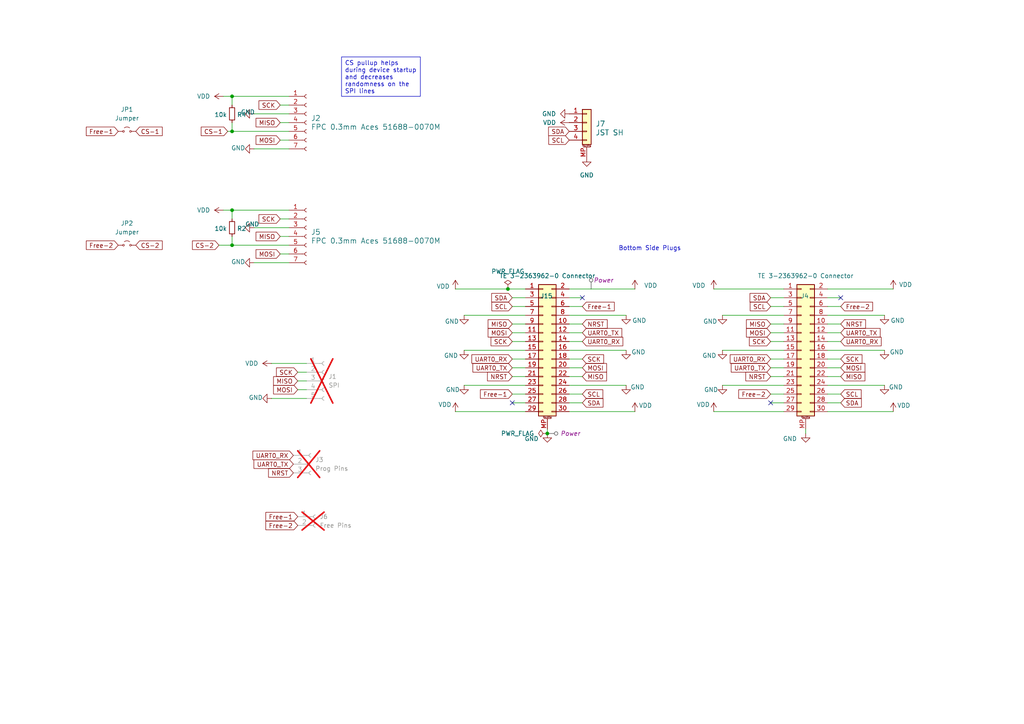
<source format=kicad_sch>
(kicad_sch (version 20250114) (generator "eeschema") (generator_version "9.0")
  (paper "A4")
  (title_block (title "Two connector sensor board") (date "2025-11-15") (rev "V1.1") (comment 1 "Licensed under CERN-OHL-S v2") (comment 2 "Author: Asher Edwards"))
  (lib_symbols
    (symbol "Connector:Conn_01x02_Socket" (pin_names (offset 1.016) (hide yes))
      (property "Reference" "J" (at 0 2.54 0))
      (property "Value" "Conn_01x02_Socket" (at 0 -5.08 0))
      (symbol "Conn_01x02_Socket_1_1"
        (polyline (pts (xy -1.27 0) (xy -0.508 0)) (stroke (width 0.1524)))
        (polyline (pts (xy -1.27 -2.54) (xy -0.508 -2.54)) (stroke (width 0.1524)))
        (arc (start 0 -0.508) (mid -0.5058 0) (end 0 0.508) (stroke (width 0.1524)))
        (arc (start 0 -3.048) (mid -0.5058 -2.54) (end 0 -2.032) (stroke (width 0.1524)))
        (pin passive line (at -5.08 0 0) (length 3.81) (name "Pin_1") (number "1"))
        (pin passive line (at -5.08 -2.54 0) (length 3.81) (name "Pin_2") (number "2"))
      )
    )
    (symbol "Connector:Conn_01x03_Socket" (pin_names (offset 1.016) (hide yes))
      (property "Reference" "J" (at 0 5.08 0))
      (property "Value" "Conn_01x03_Socket" (at 0 -5.08 0))
      (symbol "Conn_01x03_Socket_1_1"
        (polyline (pts (xy -1.27 2.54) (xy -0.508 2.54)) (stroke (width 0.1524)))
        (polyline (pts (xy -1.27 0) (xy -0.508 0)) (stroke (width 0.1524)))
        (polyline (pts (xy -1.27 -2.54) (xy -0.508 -2.54)) (stroke (width 0.1524)))
        (arc (start 0 2.032) (mid -0.5058 2.54) (end 0 3.048) (stroke (width 0.1524)))
        (arc (start 0 -0.508) (mid -0.5058 0) (end 0 0.508) (stroke (width 0.1524)))
        (arc (start 0 -3.048) (mid -0.5058 -2.54) (end 0 -2.032) (stroke (width 0.1524)))
        (pin passive line (at -5.08 2.54 0) (length 3.81) (name "Pin_1") (number "1"))
        (pin passive line (at -5.08 0 0) (length 3.81) (name "Pin_2") (number "2"))
        (pin passive line (at -5.08 -2.54 0) (length 3.81) (name "Pin_3") (number "3"))
      )
    )
    (symbol "Connector:Conn_01x05_Socket" (pin_names (offset 1.016) (hide yes))
      (property "Reference" "J" (at 0 7.62 0))
      (property "Value" "Conn_01x05_Socket" (at 0 -7.62 0))
      (symbol "Conn_01x05_Socket_1_1"
        (polyline (pts (xy -1.27 5.08) (xy -0.508 5.08)) (stroke (width 0.1524)))
        (polyline (pts (xy -1.27 2.54) (xy -0.508 2.54)) (stroke (width 0.1524)))
        (polyline (pts (xy -1.27 0) (xy -0.508 0)) (stroke (width 0.1524)))
        (polyline (pts (xy -1.27 -2.54) (xy -0.508 -2.54)) (stroke (width 0.1524)))
        (polyline (pts (xy -1.27 -5.08) (xy -0.508 -5.08)) (stroke (width 0.1524)))
        (arc (start 0 4.572) (mid -0.5058 5.08) (end 0 5.588) (stroke (width 0.1524)))
        (arc (start 0 2.032) (mid -0.5058 2.54) (end 0 3.048) (stroke (width 0.1524)))
        (arc (start 0 -0.508) (mid -0.5058 0) (end 0 0.508) (stroke (width 0.1524)))
        (arc (start 0 -3.048) (mid -0.5058 -2.54) (end 0 -2.032) (stroke (width 0.1524)))
        (arc (start 0 -5.588) (mid -0.5058 -5.08) (end 0 -4.572) (stroke (width 0.1524)))
        (pin passive line (at -5.08 5.08 0) (length 3.81) (name "Pin_1") (number "1"))
        (pin passive line (at -5.08 2.54 0) (length 3.81) (name "Pin_2") (number "2"))
        (pin passive line (at -5.08 0 0) (length 3.81) (name "Pin_3") (number "3"))
        (pin passive line (at -5.08 -2.54 0) (length 3.81) (name "Pin_4") (number "4"))
        (pin passive line (at -5.08 -5.08 0) (length 3.81) (name "Pin_5") (number "5"))
      )
    )
    (symbol "Connector:Conn_01x07_Socket" (pin_names (offset 1.016) (hide yes))
      (property "Reference" "J" (at 0 10.16 0))
      (property "Value" "Conn_01x07_Socket" (at 0 -10.16 0))
      (symbol "Conn_01x07_Socket_1_1"
        (polyline (pts (xy -1.27 7.62) (xy -0.508 7.62)) (stroke (width 0.1524)))
        (polyline (pts (xy -1.27 5.08) (xy -0.508 5.08)) (stroke (width 0.1524)))
        (polyline (pts (xy -1.27 2.54) (xy -0.508 2.54)) (stroke (width 0.1524)))
        (polyline (pts (xy -1.27 0) (xy -0.508 0)) (stroke (width 0.1524)))
        (polyline (pts (xy -1.27 -2.54) (xy -0.508 -2.54)) (stroke (width 0.1524)))
        (polyline (pts (xy -1.27 -5.08) (xy -0.508 -5.08)) (stroke (width 0.1524)))
        (polyline (pts (xy -1.27 -7.62) (xy -0.508 -7.62)) (stroke (width 0.1524)))
        (arc (start 0 7.112) (mid -0.5058 7.62) (end 0 8.128) (stroke (width 0.1524)))
        (arc (start 0 4.572) (mid -0.5058 5.08) (end 0 5.588) (stroke (width 0.1524)))
        (arc (start 0 2.032) (mid -0.5058 2.54) (end 0 3.048) (stroke (width 0.1524)))
        (arc (start 0 -0.508) (mid -0.5058 0) (end 0 0.508) (stroke (width 0.1524)))
        (arc (start 0 -3.048) (mid -0.5058 -2.54) (end 0 -2.032) (stroke (width 0.1524)))
        (arc (start 0 -5.588) (mid -0.5058 -5.08) (end 0 -4.572) (stroke (width 0.1524)))
        (arc (start 0 -8.128) (mid -0.5058 -7.62) (end 0 -7.112) (stroke (width 0.1524)))
        (pin passive line (at -5.08 7.62 0) (length 3.81) (name "Pin_1") (number "1"))
        (pin passive line (at -5.08 5.08 0) (length 3.81) (name "Pin_2") (number "2"))
        (pin passive line (at -5.08 2.54 0) (length 3.81) (name "Pin_3") (number "3"))
        (pin passive line (at -5.08 0 0) (length 3.81) (name "Pin_4") (number "4"))
        (pin passive line (at -5.08 -2.54 0) (length 3.81) (name "Pin_5") (number "5"))
        (pin passive line (at -5.08 -5.08 0) (length 3.81) (name "Pin_6") (number "6"))
        (pin passive line (at -5.08 -7.62 0) (length 3.81) (name "Pin_7") (number "7"))
      )
    )
    (symbol "Connector_Generic_MountingPin:Conn_01x04_MountingPin" (pin_names (offset 1.016) (hide yes))
      (property "Reference" "J" (at 0 5.08 0))
      (property "Value" "Conn_01x04_MountingPin" (at 1.27 -7.62 0))
      (symbol "Conn_01x04_MountingPin_1_1"
        (rectangle (start -1.27 3.81) (end 1.27 -6.35) (stroke (width 0.254)) (fill (type background)))
        (rectangle (start -1.27 2.667) (end 0 2.413) (stroke (width 0.1524)))
        (rectangle (start -1.27 0.127) (end 0 -0.127) (stroke (width 0.1524)))
        (rectangle (start -1.27 -2.413) (end 0 -2.667) (stroke (width 0.1524)))
        (rectangle (start -1.27 -4.953) (end 0 -5.207) (stroke (width 0.1524)))
        (polyline (pts (xy -1.016 -7.112) (xy 1.016 -7.112)) (stroke (width 0.1524)))
        (text "Mounting" (at 0 -6.731 0) (effects (font (size 0.381 0.381))))
        (pin passive line (at -5.08 2.54 0) (length 3.81) (name "Pin_1") (number "1"))
        (pin passive line (at -5.08 0 0) (length 3.81) (name "Pin_2") (number "2"))
        (pin passive line (at -5.08 -2.54 0) (length 3.81) (name "Pin_3") (number "3"))
        (pin passive line (at -5.08 -5.08 0) (length 3.81) (name "Pin_4") (number "4"))
        (pin passive line (at 0 -10.16 90) (length 3.048) (name "MountPin") (number "MP"))
      )
    )
    (symbol "Connector_Generic_MountingPin:Conn_02x15_Odd_Even_MountingPin" (pin_names (offset 1.016) (hide yes))
      (property "Reference" "J" (at 1.27 20.32 0))
      (property "Value" "Conn_02x15_Odd_Even_MountingPin" (at 2.54 -20.32 0))
      (symbol "Conn_02x15_Odd_Even_MountingPin_1_1"
        (rectangle (start -1.27 19.05) (end 3.81 -19.05) (stroke (width 0.254)) (fill (type background)))
        (rectangle (start -1.27 17.907) (end 0 17.653) (stroke (width 0.1524)))
        (rectangle (start -1.27 15.367) (end 0 15.113) (stroke (width 0.1524)))
        (rectangle (start -1.27 12.827) (end 0 12.573) (stroke (width 0.1524)))
        (rectangle (start -1.27 10.287) (end 0 10.033) (stroke (width 0.1524)))
        (rectangle (start -1.27 7.747) (end 0 7.493) (stroke (width 0.1524)))
        (rectangle (start -1.27 5.207) (end 0 4.953) (stroke (width 0.1524)))
        (rectangle (start -1.27 2.667) (end 0 2.413) (stroke (width 0.1524)))
        (rectangle (start -1.27 0.127) (end 0 -0.127) (stroke (width 0.1524)))
        (rectangle (start -1.27 -2.413) (end 0 -2.667) (stroke (width 0.1524)))
        (rectangle (start -1.27 -4.953) (end 0 -5.207) (stroke (width 0.1524)))
        (rectangle (start -1.27 -7.493) (end 0 -7.747) (stroke (width 0.1524)))
        (rectangle (start -1.27 -10.033) (end 0 -10.287) (stroke (width 0.1524)))
        (rectangle (start -1.27 -12.573) (end 0 -12.827) (stroke (width 0.1524)))
        (rectangle (start -1.27 -15.113) (end 0 -15.367) (stroke (width 0.1524)))
        (rectangle (start -1.27 -17.653) (end 0 -17.907) (stroke (width 0.1524)))
        (polyline (pts (xy 0.254 -19.812) (xy 2.286 -19.812)) (stroke (width 0.1524)))
        (rectangle (start 3.81 17.907) (end 2.54 17.653) (stroke (width 0.1524)))
        (rectangle (start 3.81 15.367) (end 2.54 15.113) (stroke (width 0.1524)))
        (rectangle (start 3.81 12.827) (end 2.54 12.573) (stroke (width 0.1524)))
        (rectangle (start 3.81 10.287) (end 2.54 10.033) (stroke (width 0.1524)))
        (rectangle (start 3.81 7.747) (end 2.54 7.493) (stroke (width 0.1524)))
        (rectangle (start 3.81 5.207) (end 2.54 4.953) (stroke (width 0.1524)))
        (rectangle (start 3.81 2.667) (end 2.54 2.413) (stroke (width 0.1524)))
        (rectangle (start 3.81 0.127) (end 2.54 -0.127) (stroke (width 0.1524)))
        (rectangle (start 3.81 -2.413) (end 2.54 -2.667) (stroke (width 0.1524)))
        (rectangle (start 3.81 -4.953) (end 2.54 -5.207) (stroke (width 0.1524)))
        (rectangle (start 3.81 -7.493) (end 2.54 -7.747) (stroke (width 0.1524)))
        (rectangle (start 3.81 -10.033) (end 2.54 -10.287) (stroke (width 0.1524)))
        (rectangle (start 3.81 -12.573) (end 2.54 -12.827) (stroke (width 0.1524)))
        (rectangle (start 3.81 -15.113) (end 2.54 -15.367) (stroke (width 0.1524)))
        (rectangle (start 3.81 -17.653) (end 2.54 -17.907) (stroke (width 0.1524)))
        (text "Mounting" (at 1.27 -19.431 0) (effects (font (size 0.381 0.381))))
        (pin passive line (at -5.08 17.78 0) (length 3.81) (name "Pin_1") (number "1"))
        (pin passive line (at -5.08 15.24 0) (length 3.81) (name "Pin_3") (number "3"))
        (pin passive line (at -5.08 12.7 0) (length 3.81) (name "Pin_5") (number "5"))
        (pin passive line (at -5.08 10.16 0) (length 3.81) (name "Pin_7") (number "7"))
        (pin passive line (at -5.08 7.62 0) (length 3.81) (name "Pin_9") (number "9"))
        (pin passive line (at -5.08 5.08 0) (length 3.81) (name "Pin_11") (number "11"))
        (pin passive line (at -5.08 2.54 0) (length 3.81) (name "Pin_13") (number "13"))
        (pin passive line (at -5.08 0 0) (length 3.81) (name "Pin_15") (number "15"))
        (pin passive line (at -5.08 -2.54 0) (length 3.81) (name "Pin_17") (number "17"))
        (pin passive line (at -5.08 -5.08 0) (length 3.81) (name "Pin_19") (number "19"))
        (pin passive line (at -5.08 -7.62 0) (length 3.81) (name "Pin_21") (number "21"))
        (pin passive line (at -5.08 -10.16 0) (length 3.81) (name "Pin_23") (number "23"))
        (pin passive line (at -5.08 -12.7 0) (length 3.81) (name "Pin_25") (number "25"))
        (pin passive line (at -5.08 -15.24 0) (length 3.81) (name "Pin_27") (number "27"))
        (pin passive line (at -5.08 -17.78 0) (length 3.81) (name "Pin_29") (number "29"))
        (pin passive line (at 1.27 -22.86 90) (length 3.048) (name "MountPin") (number "MP"))
        (pin passive line (at 7.62 17.78 180) (length 3.81) (name "Pin_2") (number "2"))
        (pin passive line (at 7.62 15.24 180) (length 3.81) (name "Pin_4") (number "4"))
        (pin passive line (at 7.62 12.7 180) (length 3.81) (name "Pin_6") (number "6"))
        (pin passive line (at 7.62 10.16 180) (length 3.81) (name "Pin_8") (number "8"))
        (pin passive line (at 7.62 7.62 180) (length 3.81) (name "Pin_10") (number "10"))
        (pin passive line (at 7.62 5.08 180) (length 3.81) (name "Pin_12") (number "12"))
        (pin passive line (at 7.62 2.54 180) (length 3.81) (name "Pin_14") (number "14"))
        (pin passive line (at 7.62 0 180) (length 3.81) (name "Pin_16") (number "16"))
        (pin passive line (at 7.62 -2.54 180) (length 3.81) (name "Pin_18") (number "18"))
        (pin passive line (at 7.62 -5.08 180) (length 3.81) (name "Pin_20") (number "20"))
        (pin passive line (at 7.62 -7.62 180) (length 3.81) (name "Pin_22") (number "22"))
        (pin passive line (at 7.62 -10.16 180) (length 3.81) (name "Pin_24") (number "24"))
        (pin passive line (at 7.62 -12.7 180) (length 3.81) (name "Pin_26") (number "26"))
        (pin passive line (at 7.62 -15.24 180) (length 3.81) (name "Pin_28") (number "28"))
        (pin passive line (at 7.62 -17.78 180) (length 3.81) (name "Pin_30") (number "30"))
      )
    )
    (symbol "Device:R_Small" (pin_numbers (hide yes)) (pin_names (offset 0.254) (hide yes))
      (property "Reference" "R" (at 0 0 90))
      (property "Value" "R_Small" (at 1.778 0 90))
      (symbol "R_Small_0_1"
        (rectangle (start -0.762 1.778) (end 0.762 -1.778) (stroke (width 0.2032)))
      )
      (symbol "R_Small_1_1"
        (pin passive line (at 0 2.54 270) (length 0.762) (name "~") (number "1"))
        (pin passive line (at 0 -2.54 90) (length 0.762) (name "~") (number "2"))
      )
    )
    (symbol "Jumper:Jumper_2_Small_Open" (pin_numbers (hide yes)) (pin_names (offset 0) (hide yes))
      (property "Reference" "JP" (at 0 2.794 0))
      (property "Value" "Jumper_2_Small_Open" (at 0 -2.286 0))
      (symbol "Jumper_2_Small_Open_0_0"
        (circle (center -1.016 0) (radius 0.254))
        (circle (center 1.016 0) (radius 0.254))
      )
      (symbol "Jumper_2_Small_Open_0_1"
        (arc (start -0.762 1.0196) (mid 0 1.2729) (end 0.762 1.0196))
      )
      (symbol "Jumper_2_Small_Open_1_1"
        (pin passive line (at -2.54 0 0) (length 1.27) (name "A") (number "1"))
        (pin passive line (at 2.54 0 180) (length 1.27) (name "B") (number "2"))
      )
    )
    (symbol "power:GND" (power) (pin_numbers (hide yes)) (pin_names (offset 0) (hide yes))
      (property "Value" "GND" (at 0 -3.81 0))
      (symbol "GND_0_1"
        (polyline (pts (xy 0 0) (xy 0 -1.27) (xy 1.27 -1.27) (xy 0 -2.54) (xy -1.27 -1.27) (xy 0 -1.27)))
      )
      (symbol "GND_1_1"
        (pin power_in line (at 0 0 270) (length 0) (name "~") (number "1"))
      )
    )
    (symbol "power:PWR_FLAG" (power) (pin_numbers (hide yes)) (pin_names (offset 0) (hide yes))
      (property "Value" "PWR_FLAG" (at 0 3.81 0))
      (symbol "PWR_FLAG_0_0"
        (pin power_out line (at 0 0 90) (length 0) (name "~") (number "1"))
      )
      (symbol "PWR_FLAG_0_1"
        (polyline (pts (xy 0 0) (xy 0 1.27) (xy -1.016 1.905) (xy 0 2.54) (xy 1.016 1.905) (xy 0 1.27)))
      )
    )
    (symbol "power:VDD" (power) (pin_numbers (hide yes)) (pin_names (offset 0) (hide yes))
      (property "Value" "VDD" (at 0 3.556 0))
      (symbol "VDD_0_1"
        (polyline (pts (xy -0.762 1.27) (xy 0 2.54)))
        (polyline (pts (xy 0 2.54) (xy 0.762 1.27)))
        (polyline (pts (xy 0 0) (xy 0 2.54)))
      )
      (symbol "VDD_1_1"
        (pin power_in line (at 0 0 90) (length 0) (name "~") (number "1"))
      )
    )
  )
  (text "Bottom Side Plugs" (at 188.468 72.136 0) (effects (font (size 1.27 1.27))))
  (text_box "CS pullup helps during device startup and decreases randomness on the SPI lines" (at 99.06 16.51 0) (size 22.86 11.43) (margins 0.9525 0.9525 0.9525 0.9525) (effects (font (size 1.27 1.27)) (justify left top)))
  (junction (at 158.75 125.73))
  (junction (at 67.31 27.94))
  (junction (at 67.31 60.96))
  (junction (at 67.31 38.1))
  (junction (at 67.31 71.12))
  (junction (at 147.32 83.82))
  (no_connect (at 148.59 116.84))
  (no_connect (at 168.91 86.36))
  (no_connect (at 243.84 86.36))
  (no_connect (at 223.52 116.84))
  (wire (pts (xy 148.59 86.36) (xy 152.4 86.36)))
  (wire (pts (xy 67.31 38.1) (xy 83.82 38.1)))
  (wire (pts (xy 67.31 68.58) (xy 67.31 71.12)))
  (wire (pts (xy 66.04 38.1) (xy 67.31 38.1)))
  (wire (pts (xy 81.28 68.58) (xy 83.82 68.58)))
  (wire (pts (xy 240.03 83.82) (xy 259.08 83.82)))
  (wire (pts (xy 223.52 88.9) (xy 227.33 88.9)))
  (wire (pts (xy 81.28 63.5) (xy 83.82 63.5)))
  (wire (pts (xy 209.55 101.6) (xy 227.33 101.6)))
  (wire (pts (xy 240.03 96.52) (xy 243.84 96.52)))
  (wire (pts (xy 64.77 60.96) (xy 67.31 60.96)))
  (wire (pts (xy 240.03 86.36) (xy 243.84 86.36)))
  (wire (pts (xy 240.03 119.38) (xy 259.08 119.38)))
  (wire (pts (xy 148.59 104.14) (xy 152.4 104.14)))
  (wire (pts (xy 148.59 114.3) (xy 152.4 114.3)))
  (wire (pts (xy 132.08 83.82) (xy 147.32 83.82)))
  (wire (pts (xy 63.5 71.12) (xy 67.31 71.12)))
  (wire (pts (xy 152.4 109.22) (xy 148.59 109.22)))
  (wire (pts (xy 148.59 116.84) (xy 152.4 116.84)))
  (wire (pts (xy 147.32 83.82) (xy 152.4 83.82)))
  (wire (pts (xy 67.31 60.96) (xy 83.82 60.96)))
  (wire (pts (xy 207.01 119.38) (xy 227.33 119.38)))
  (wire (pts (xy 148.59 99.06) (xy 152.4 99.06)))
  (wire (pts (xy 148.59 106.68) (xy 152.4 106.68)))
  (wire (pts (xy 81.28 35.56) (xy 83.82 35.56)))
  (wire (pts (xy 240.03 116.84) (xy 243.84 116.84)))
  (wire (pts (xy 168.91 88.9) (xy 165.1 88.9)))
  (wire (pts (xy 78.74 115.57) (xy 88.9 115.57)))
  (wire (pts (xy 209.55 91.44) (xy 227.33 91.44)))
  (wire (pts (xy 67.31 27.94) (xy 83.82 27.94)))
  (wire (pts (xy 223.52 104.14) (xy 227.33 104.14)))
  (wire (pts (xy 67.31 35.56) (xy 67.31 38.1)))
  (wire (pts (xy 240.03 101.6) (xy 256.54 101.6)))
  (wire (pts (xy 168.91 86.36) (xy 165.1 86.36)))
  (wire (pts (xy 240.03 111.76) (xy 256.54 111.76)))
  (wire (pts (xy 223.52 114.3) (xy 227.33 114.3)))
  (wire (pts (xy 168.91 99.06) (xy 165.1 99.06)))
  (wire (pts (xy 168.91 116.84) (xy 165.1 116.84)))
  (wire (pts (xy 240.03 114.3) (xy 243.84 114.3)))
  (wire (pts (xy 168.91 109.22) (xy 165.1 109.22)))
  (wire (pts (xy 240.03 99.06) (xy 243.84 99.06)))
  (wire (pts (xy 223.52 96.52) (xy 227.33 96.52)))
  (wire (pts (xy 223.52 93.98) (xy 227.33 93.98)))
  (wire (pts (xy 223.52 86.36) (xy 227.33 86.36)))
  (wire (pts (xy 81.28 73.66) (xy 83.82 73.66)))
  (wire (pts (xy 81.28 40.64) (xy 83.82 40.64)))
  (wire (pts (xy 132.08 119.38) (xy 152.4 119.38)))
  (wire (pts (xy 152.4 101.6) (xy 134.62 101.6)))
  (wire (pts (xy 168.91 104.14) (xy 165.1 104.14)))
  (wire (pts (xy 184.15 83.82) (xy 165.1 83.82)))
  (wire (pts (xy 64.77 27.94) (xy 67.31 27.94)))
  (wire (pts (xy 223.52 106.68) (xy 227.33 106.68)))
  (wire (pts (xy 223.52 116.84) (xy 227.33 116.84)))
  (wire (pts (xy 81.28 30.48) (xy 83.82 30.48)))
  (wire (pts (xy 181.61 111.76) (xy 165.1 111.76)))
  (wire (pts (xy 73.66 43.18) (xy 83.82 43.18)))
  (wire (pts (xy 78.74 105.41) (xy 88.9 105.41)))
  (wire (pts (xy 168.91 106.68) (xy 165.1 106.68)))
  (wire (pts (xy 168.91 93.98) (xy 165.1 93.98)))
  (wire (pts (xy 73.66 76.2) (xy 83.82 76.2)))
  (wire (pts (xy 207.01 83.82) (xy 227.33 83.82)))
  (wire (pts (xy 148.59 88.9) (xy 152.4 88.9)))
  (wire (pts (xy 240.03 104.14) (xy 243.84 104.14)))
  (wire (pts (xy 240.03 91.44) (xy 256.54 91.44)))
  (wire (pts (xy 233.68 124.46) (xy 233.68 125.73)))
  (wire (pts (xy 168.91 114.3) (xy 165.1 114.3)))
  (wire (pts (xy 165.1 101.6) (xy 181.61 101.6)))
  (wire (pts (xy 223.52 99.06) (xy 227.33 99.06)))
  (wire (pts (xy 152.4 111.76) (xy 134.62 111.76)))
  (wire (pts (xy 184.15 119.38) (xy 165.1 119.38)))
  (wire (pts (xy 165.1 91.44) (xy 181.61 91.44)))
  (wire (pts (xy 209.55 111.76) (xy 227.33 111.76)))
  (wire (pts (xy 86.36 110.49) (xy 88.9 110.49)))
  (wire (pts (xy 240.03 109.22) (xy 243.84 109.22)))
  (wire (pts (xy 67.31 63.5) (xy 67.31 60.96)))
  (wire (pts (xy 86.36 107.95) (xy 88.9 107.95)))
  (wire (pts (xy 158.75 124.46) (xy 158.75 125.73)))
  (wire (pts (xy 73.66 33.02) (xy 83.82 33.02)))
  (wire (pts (xy 67.31 30.48) (xy 67.31 27.94)))
  (wire (pts (xy 67.31 71.12) (xy 83.82 71.12)))
  (wire (pts (xy 152.4 91.44) (xy 134.62 91.44)))
  (wire (pts (xy 86.36 113.03) (xy 88.9 113.03)))
  (wire (pts (xy 223.52 109.22) (xy 227.33 109.22)))
  (wire (pts (xy 240.03 93.98) (xy 243.84 93.98)))
  (wire (pts (xy 240.03 88.9) (xy 243.84 88.9)))
  (wire (pts (xy 168.91 96.52) (xy 165.1 96.52)))
  (wire (pts (xy 148.59 93.98) (xy 152.4 93.98)))
  (wire (pts (xy 240.03 106.68) (xy 243.84 106.68)))
  (wire (pts (xy 148.59 96.52) (xy 152.4 96.52)))
  (wire (pts (xy 73.66 66.04) (xy 83.82 66.04)))
  (global_label "MOSI" (shape input) (at 148.59 96.52 180) (property "Intersheetrefs" "${INTERSHEET_REFS}" (effects (hide yes))))
  (global_label "CS-1" (shape input) (at 66.04 38.1 180) (property "Intersheetrefs" "${INTERSHEET_REFS}" (effects (hide yes))))
  (global_label "NRST" (shape input) (at 223.52 109.22 180) (property "Intersheetrefs" "${INTERSHEET_REFS}" (effects (hide yes))))
  (global_label "CS-2" (shape input) (at 63.5 71.12 180) (property "Intersheetrefs" "${INTERSHEET_REFS}" (effects (hide yes))))
  (global_label "MOSI" (shape input) (at 81.28 73.66 180) (property "Intersheetrefs" "${INTERSHEET_REFS}" (effects (hide yes))))
  (global_label "UART0_TX" (shape input) (at 85.09 134.62 180) (property "Intersheetrefs" "${INTERSHEET_REFS}" (effects (hide yes))))
  (global_label "CS-2" (shape input) (at 39.37 71.12 0) (property "Intersheetrefs" "${INTERSHEET_REFS}" (effects (hide yes))))
  (global_label "Free-1" (shape input) (at 148.59 114.3 180) (property "Intersheetrefs" "${INTERSHEET_REFS}" (effects (hide yes))))
  (global_label "MISO" (shape input) (at 148.59 93.98 180) (property "Intersheetrefs" "${INTERSHEET_REFS}" (effects (hide yes))))
  (global_label "SCK" (shape input) (at 243.84 104.14 0) (property "Intersheetrefs" "${INTERSHEET_REFS}" (effects (hide yes))))
  (global_label "Free-2" (shape input) (at 86.36 152.4 180) (property "Intersheetrefs" "${INTERSHEET_REFS}" (effects (hide yes))))
  (global_label "SCK" (shape input) (at 168.91 104.14 0) (property "Intersheetrefs" "${INTERSHEET_REFS}" (effects (hide yes))))
  (global_label "SDA" (shape input) (at 148.59 86.36 180) (property "Intersheetrefs" "${INTERSHEET_REFS}" (effects (hide yes))))
  (global_label "Free-1" (shape input) (at 34.29 38.1 180) (property "Intersheetrefs" "${INTERSHEET_REFS}" (effects (hide yes))))
  (global_label "MISO" (shape input) (at 223.52 93.98 180) (property "Intersheetrefs" "${INTERSHEET_REFS}" (effects (hide yes))))
  (global_label "UART0_RX" (shape input) (at 223.52 104.14 180) (property "Intersheetrefs" "${INTERSHEET_REFS}" (effects (hide yes))))
  (global_label "SCL" (shape input) (at 148.59 88.9 180) (property "Intersheetrefs" "${INTERSHEET_REFS}" (effects (hide yes))))
  (global_label "Free-2" (shape input) (at 243.84 88.9 0) (property "Intersheetrefs" "${INTERSHEET_REFS}" (effects (hide yes))))
  (global_label "MISO" (shape input) (at 86.36 110.49 180) (property "Intersheetrefs" "${INTERSHEET_REFS}" (effects (hide yes))))
  (global_label "UART0_TX" (shape input) (at 243.84 96.52 0) (property "Intersheetrefs" "${INTERSHEET_REFS}" (effects (hide yes))))
  (global_label "Free-1" (shape input) (at 86.36 149.86 180) (property "Intersheetrefs" "${INTERSHEET_REFS}" (effects (hide yes))))
  (global_label "MOSI" (shape input) (at 243.84 106.68 0) (property "Intersheetrefs" "${INTERSHEET_REFS}" (effects (hide yes))))
  (global_label "Free-2" (shape input) (at 223.52 114.3 180) (property "Intersheetrefs" "${INTERSHEET_REFS}" (effects (hide yes))))
  (global_label "SCK" (shape input) (at 86.36 107.95 180) (property "Intersheetrefs" "${INTERSHEET_REFS}" (effects (hide yes))))
  (global_label "SCK" (shape input) (at 81.28 63.5 180) (property "Intersheetrefs" "${INTERSHEET_REFS}" (effects (hide yes))))
  (global_label "CS-1" (shape input) (at 39.37 38.1 0) (property "Intersheetrefs" "${INTERSHEET_REFS}" (effects (hide yes))))
  (global_label "MOSI" (shape input) (at 223.52 96.52 180) (property "Intersheetrefs" "${INTERSHEET_REFS}" (effects (hide yes))))
  (global_label "SCL" (shape input) (at 168.91 114.3 0) (property "Intersheetrefs" "${INTERSHEET_REFS}" (effects (hide yes))))
  (global_label "SDA" (shape input) (at 223.52 86.36 180) (property "Intersheetrefs" "${INTERSHEET_REFS}" (effects (hide yes))))
  (global_label "SDA" (shape input) (at 165.1 38.1 180) (property "Intersheetrefs" "${INTERSHEET_REFS}" (effects (hide yes))))
  (global_label "SCL" (shape input) (at 243.84 114.3 0) (property "Intersheetrefs" "${INTERSHEET_REFS}" (effects (hide yes))))
  (global_label "SCL" (shape input) (at 165.1 40.64 180) (property "Intersheetrefs" "${INTERSHEET_REFS}" (effects (hide yes))))
  (global_label "SCK" (shape input) (at 81.28 30.48 180) (property "Intersheetrefs" "${INTERSHEET_REFS}" (effects (hide yes))))
  (global_label "MOSI" (shape input) (at 86.36 113.03 180) (property "Intersheetrefs" "${INTERSHEET_REFS}" (effects (hide yes))))
  (global_label "MISO" (shape input) (at 168.91 109.22 0) (property "Intersheetrefs" "${INTERSHEET_REFS}" (effects (hide yes))))
  (global_label "NRST" (shape input) (at 243.84 93.98 0) (property "Intersheetrefs" "${INTERSHEET_REFS}" (effects (hide yes))))
  (global_label "SCK" (shape input) (at 148.59 99.06 180) (property "Intersheetrefs" "${INTERSHEET_REFS}" (effects (hide yes))))
  (global_label "NRST" (shape input) (at 168.91 93.98 0) (property "Intersheetrefs" "${INTERSHEET_REFS}" (effects (hide yes))))
  (global_label "UART0_TX" (shape input) (at 168.91 96.52 0) (property "Intersheetrefs" "${INTERSHEET_REFS}" (effects (hide yes))))
  (global_label "MISO" (shape input) (at 81.28 35.56 180) (property "Intersheetrefs" "${INTERSHEET_REFS}" (effects (hide yes))))
  (global_label "SCL" (shape input) (at 223.52 88.9 180) (property "Intersheetrefs" "${INTERSHEET_REFS}" (effects (hide yes))))
  (global_label "UART0_TX" (shape input) (at 148.59 106.68 180) (property "Intersheetrefs" "${INTERSHEET_REFS}" (effects (hide yes))))
  (global_label "UART0_RX" (shape input) (at 168.91 99.06 0) (property "Intersheetrefs" "${INTERSHEET_REFS}" (effects (hide yes))))
  (global_label "SDA" (shape input) (at 168.91 116.84 0) (property "Intersheetrefs" "${INTERSHEET_REFS}" (effects (hide yes))))
  (global_label "Free-2" (shape input) (at 34.29 71.12 180) (property "Intersheetrefs" "${INTERSHEET_REFS}" (effects (hide yes))))
  (global_label "SCK" (shape input) (at 223.52 99.06 180) (property "Intersheetrefs" "${INTERSHEET_REFS}" (effects (hide yes))))
  (global_label "Free-1" (shape input) (at 168.91 88.9 0) (property "Intersheetrefs" "${INTERSHEET_REFS}" (effects (hide yes))))
  (global_label "MOSI" (shape input) (at 81.28 40.64 180) (property "Intersheetrefs" "${INTERSHEET_REFS}" (effects (hide yes))))
  (global_label "UART0_TX" (shape input) (at 223.52 106.68 180) (property "Intersheetrefs" "${INTERSHEET_REFS}" (effects (hide yes))))
  (global_label "MOSI" (shape input) (at 168.91 106.68 0) (property "Intersheetrefs" "${INTERSHEET_REFS}" (effects (hide yes))))
  (global_label "UART0_RX" (shape input) (at 85.09 132.08 180) (property "Intersheetrefs" "${INTERSHEET_REFS}" (effects (hide yes))))
  (global_label "NRST" (shape input) (at 85.09 137.16 180) (property "Intersheetrefs" "${INTERSHEET_REFS}" (effects (hide yes))))
  (global_label "UART0_RX" (shape input) (at 243.84 99.06 0) (property "Intersheetrefs" "${INTERSHEET_REFS}" (effects (hide yes))))
  (global_label "SDA" (shape input) (at 243.84 116.84 0) (property "Intersheetrefs" "${INTERSHEET_REFS}" (effects (hide yes))))
  (global_label "MISO" (shape input) (at 81.28 68.58 180) (property "Intersheetrefs" "${INTERSHEET_REFS}" (effects (hide yes))))
  (global_label "MISO" (shape input) (at 243.84 109.22 0) (property "Intersheetrefs" "${INTERSHEET_REFS}" (effects (hide yes))))
  (global_label "NRST" (shape input) (at 148.59 109.22 180) (property "Intersheetrefs" "${INTERSHEET_REFS}" (effects (hide yes))))
  (global_label "UART0_RX" (shape input) (at 148.59 104.14 180) (property "Intersheetrefs" "${INTERSHEET_REFS}" (effects (hide yes))))
  (netclass_flag "" (length 2.54) (shape round) (at 171.45 83.82 0) (property "Netclass" "Power" (at 172.1485 81.28 0) (effects (font (italic yes)) (justify left))))
  (netclass_flag "" (length 2.54) (shape round) (at 158.75 125.73 270) (property "Netclass" "Power" (at 162.56 125.73 0) (effects (font (italic yes)) (justify left))))
  (symbol (lib_id "Device:R_Small") (at 67.31 66.04 0) (unit 1)
    (property "Reference" "R2" (at 70.104 66.294 0))
    (property "Value" "10k" (at 64.008 66.294 0))
    (property "Footprint" "Resistor_SMD:R_0402_1005Metric" (effects (hide yes)))
    (property "Description" "Resistor, small symbol" (effects (hide yes)))
    (property "LCSC" "C25744" (effects (hide yes)))
  )
  (symbol (lib_id "power:GND") (at 209.55 91.44 0) (mirror y) (unit 1)
    (property "Reference" "#PWR014" (effects (hide yes)))
    (property "Value" "GND" (at 205.994 93.218 0))
    (property "Description" "Power symbol creates a global label with name \"GND\" , ground" (effects (hide yes)))
  )
  (symbol (lib_id "power:GND") (at 233.68 125.73 0) (mirror y) (unit 1)
    (property "Reference" "#PWR033" (effects (hide yes)))
    (property "Value" "GND" (at 229.108 127.254 0))
    (property "Description" "Power symbol creates a global label with name \"GND\" , ground" (effects (hide yes)))
  )
  (symbol (lib_id "power:GND") (at 165.1 33.02 270) (mirror x) (unit 1)
    (property "Reference" "#PWR06" (effects (hide yes)))
    (property "Value" "GND" (at 161.29 33.0201 90) (effects (justify right)))
    (property "Description" "Power symbol creates a global label with name \"GND\" , ground" (effects (hide yes)))
  )
  (symbol (lib_id "power:VDD") (at 259.08 119.38 0) (mirror y) (unit 1)
    (property "Reference" "#PWR032" (effects (hide yes)))
    (property "Value" "VDD" (at 262.128 117.602 0))
    (property "Description" "Power symbol creates a global label with name \"VDD\"" (effects (hide yes)))
  )
  (symbol (lib_id "power:GND") (at 256.54 111.76 0) (mirror y) (unit 1)
    (property "Reference" "#PWR027" (effects (hide yes)))
    (property "Value" "GND" (at 259.842 112.268 0))
    (property "Description" "Power symbol creates a global label with name \"GND\" , ground" (effects (hide yes)))
  )
  (symbol (lib_id "power:GND") (at 134.62 101.6 0) (mirror y) (unit 1)
    (property "Reference" "#PWR016" (effects (hide yes)))
    (property "Value" "GND" (at 130.81 103.124 0))
    (property "Description" "Power symbol creates a global label with name \"GND\" , ground" (effects (hide yes)))
  )
  (symbol (lib_id "power:VDD") (at 132.08 83.82 0) (mirror y) (unit 1)
    (property "Reference" "#PWR024" (effects (hide yes)))
    (property "Value" "VDD" (at 128.524 83.058 0))
    (property "Description" "Power symbol creates a global label with name \"VDD\"" (effects (hide yes)))
  )
  (symbol (lib_id "power:VDD") (at 207.01 119.38 0) (mirror y) (unit 1)
    (property "Reference" "#PWR031" (effects (hide yes)))
    (property "Value" "VDD" (at 203.962 117.348 0))
    (property "Description" "Power symbol creates a global label with name \"VDD\"" (effects (hide yes)))
  )
  (symbol (lib_id "Connector_Generic_MountingPin:Conn_01x04_MountingPin") (at 170.18 35.56 0) (unit 1)
    (property "Reference" "J7" (at 172.72 35.9155 0) (effects (font (size 1.524 1.524)) (justify left)))
    (property "Value" "JST SH" (at 172.72 38.4555 0) (effects (font (size 1.524 1.524)) (justify left)))
    (property "Footprint" "Connector_JST:JST_SH_SM04B-SRSS-TB_1x04-1MP_P1.00mm_Horizontal" (effects (hide yes)))
    (property "Description" "Generic connectable mounting pin connector, single row, 01x04, script generated (kicad-library-utils/schlib/autogen/connector/)" (effects (hide yes)))
    (property "LCSC" "C160404" (effects (hide yes)))
  )
  (symbol (lib_id "power:GND") (at 78.74 115.57 270) (unit 1)
    (property "Reference" "#PWR012" (effects (hide yes)))
    (property "Value" "GND" (at 74.168 115.316 90))
    (property "Description" "Power symbol creates a global label with name \"GND\" , ground" (effects (hide yes)))
  )
  (symbol (lib_id "power:GND") (at 73.66 33.02 270) (unit 1)
    (property "Reference" "#PWR02" (effects (hide yes)))
    (property "Value" "GND" (at 71.882 32.512 90))
    (property "Description" "Power symbol creates a global label with name \"GND\" , ground" (effects (hide yes)))
  )
  (symbol (lib_id "Connector:Conn_01x03_Socket") (at 90.17 134.62 0) (unit 1) (dnp yes)
    (property "Reference" "J3" (at 91.44 133.3499 0) (effects (justify left)))
    (property "Value" "Prog Pins" (at 91.44 135.8899 0) (effects (justify left)))
    (property "Footprint" "Connector_PinHeader_1.27mm:PinHeader_1x03_P1.27mm_Vertical" (effects (hide yes)))
    (property "Description" "Generic connector, single row, 01x03, script generated" (effects (hide yes)))
  )
  (symbol (lib_id "power:GND") (at 158.75 125.73 0) (mirror y) (unit 1)
    (property "Reference" "#PWR030" (effects (hide yes)))
    (property "Value" "GND" (at 154.178 127.254 0))
    (property "Description" "Power symbol creates a global label with name \"GND\" , ground" (effects (hide yes)))
  )
  (symbol (lib_id "power:VDD") (at 78.74 105.41 90) (unit 1)
    (property "Reference" "#PWR09" (effects (hide yes)))
    (property "Value" "VDD" (at 74.93 105.4099 90) (effects (justify left)))
    (property "Description" "Power symbol creates a global label with name \"VDD\"" (effects (hide yes)))
  )
  (symbol (lib_id "power:GND") (at 73.66 43.18 270) (unit 1)
    (property "Reference" "#PWR03" (effects (hide yes)))
    (property "Value" "GND" (at 69.088 42.926 90))
    (property "Description" "Power symbol creates a global label with name \"GND\" , ground" (effects (hide yes)))
  )
  (symbol (lib_id "power:VDD") (at 184.15 83.82 0) (mirror y) (unit 1)
    (property "Reference" "#PWR023" (effects (hide yes)))
    (property "Value" "VDD" (at 188.722 82.804 0))
    (property "Description" "Power symbol creates a global label with name \"VDD\"" (effects (hide yes)))
  )
  (symbol (lib_id "power:PWR_FLAG") (at 158.75 125.73 90) (unit 1)
    (property "Reference" "#FLG01" (effects (hide yes)))
    (property "Value" "PWR_FLAG" (at 154.94 125.7299 90) (effects (justify left)))
    (property "Description" "Special symbol for telling ERC where power comes from" (effects (hide yes)))
  )
  (symbol (lib_id "power:GND") (at 134.62 91.44 0) (mirror y) (unit 1)
    (property "Reference" "#PWR011" (effects (hide yes)))
    (property "Value" "GND" (at 131.064 93.218 0))
    (property "Description" "Power symbol creates a global label with name \"GND\" , ground" (effects (hide yes)))
  )
  (symbol (lib_id "Connector_Generic_MountingPin:Conn_02x15_Odd_Even_MountingPin") (at 157.48 101.6 0) (unit 1)
    (property "Reference" "J15" (at 158.496 85.852 0))
    (property "Value" "TE 3-2363962-0 Connector" (at 158.75 80.01 0))
    (property "Footprint" "custom_testpoints:TE_mezzanine_conn_3-2363962-0" (effects (hide yes)))
    (property "Description" "Generic connectable mounting pin connector, double row, 02x15, odd/even pin numbering scheme (row 1 odd numbers, row 2 even numbers), script generated (kicad-library-utils/schlib/autogen/connector/)" (effects (hide yes)))
    (property "LCSC" "C425104" (effects (hide yes)))
  )
  (symbol (lib_id "Jumper:Jumper_2_Small_Open") (at 36.83 38.1 0) (unit 1)
    (property "Reference" "JP1" (at 36.83 31.75 0))
    (property "Value" "Jumper" (at 36.83 34.29 0))
    (property "Footprint" "Jumper:SolderJumper-2_P1.3mm_Open_RoundedPad1.0x1.5mm" (effects (hide yes)))
    (property "Description" "Jumper, 2-pole, small symbol, open" (effects (hide yes)))
  )
  (symbol (lib_id "power:PWR_FLAG") (at 147.32 83.82 0) (unit 1)
    (property "Reference" "#FLG02" (effects (hide yes)))
    (property "Value" "PWR_FLAG" (at 147.32 78.74 0))
    (property "Description" "Special symbol for telling ERC where power comes from" (effects (hide yes)))
  )
  (symbol (lib_id "power:GND") (at 73.66 76.2 270) (unit 1)
    (property "Reference" "#PWR010" (effects (hide yes)))
    (property "Value" "GND" (at 69.088 75.946 90))
    (property "Description" "Power symbol creates a global label with name \"GND\" , ground" (effects (hide yes)))
  )
  (symbol (lib_id "Connector_Generic_MountingPin:Conn_02x15_Odd_Even_MountingPin") (at 232.41 101.6 0) (unit 1)
    (property "Reference" "J4" (at 233.426 85.852 0))
    (property "Value" "TE 3-2363962-0 Connector" (at 233.68 80.01 0))
    (property "Footprint" "custom_testpoints:TE_mezzanine_conn_3-2363962-0" (effects (hide yes)))
    (property "Description" "Generic connectable mounting pin connector, double row, 02x15, odd/even pin numbering scheme (row 1 odd numbers, row 2 even numbers), script generated (kicad-library-utils/schlib/autogen/connector/)" (effects (hide yes)))
    (property "LCSC" "C425104" (effects (hide yes)))
  )
  (symbol (lib_id "power:VDD") (at 165.1 35.56 90) (mirror x) (unit 1)
    (property "Reference" "#PWR07" (effects (hide yes)))
    (property "Value" "VDD" (at 161.29 35.5601 90) (effects (justify left)))
    (property "Description" "Power symbol creates a global label with name \"VDD\"" (effects (hide yes)))
  )
  (symbol (lib_id "Connector:Conn_01x07_Socket") (at 88.9 68.58 0) (unit 1)
    (property "Reference" "J5" (at 90.17 67.3099 0) (effects (font (size 1.524 1.524)) (justify left)))
    (property "Value" "FPC 0.3mm Aces 51688-0070M" (at 90.17 69.8499 0) (effects (font (size 1.524 1.524)) (justify left)))
    (property "Footprint" "custom_Interface_HID:fpc_7pin_0.3mm_connector Panasonic" (effects (hide yes)))
    (property "Description" "Generic connector, single row, 01x07, script generated" (effects (hide yes)))
  )
  (symbol (lib_id "power:GND") (at 181.61 101.6 0) (mirror y) (unit 1)
    (property "Reference" "#PWR017" (effects (hide yes)))
    (property "Value" "GND" (at 185.166 102.108 0))
    (property "Description" "Power symbol creates a global label with name \"GND\" , ground" (effects (hide yes)))
  )
  (symbol (lib_id "power:VDD") (at 132.08 119.38 0) (mirror y) (unit 1)
    (property "Reference" "#PWR029" (effects (hide yes)))
    (property "Value" "VDD" (at 129.032 117.348 0))
    (property "Description" "Power symbol creates a global label with name \"VDD\"" (effects (hide yes)))
  )
  (symbol (lib_id "power:GND") (at 181.61 91.44 0) (mirror y) (unit 1)
    (property "Reference" "#PWR013" (effects (hide yes)))
    (property "Value" "GND" (at 185.42 92.964 0))
    (property "Description" "Power symbol creates a global label with name \"GND\" , ground" (effects (hide yes)))
  )
  (symbol (lib_id "power:GND") (at 134.62 111.76 0) (mirror y) (unit 1)
    (property "Reference" "#PWR020" (effects (hide yes)))
    (property "Value" "GND" (at 131.318 113.03 0))
    (property "Description" "Power symbol creates a global label with name \"GND\" , ground" (effects (hide yes)))
  )
  (symbol (lib_id "power:GND") (at 209.55 101.6 0) (mirror y) (unit 1)
    (property "Reference" "#PWR018" (effects (hide yes)))
    (property "Value" "GND" (at 205.74 103.124 0))
    (property "Description" "Power symbol creates a global label with name \"GND\" , ground" (effects (hide yes)))
  )
  (symbol (lib_id "Connector:Conn_01x07_Socket") (at 88.9 35.56 0) (unit 1)
    (property "Reference" "J2" (at 90.17 34.2899 0) (effects (font (size 1.524 1.524)) (justify left)))
    (property "Value" "FPC 0.3mm Aces 51688-0070M" (at 90.17 36.8299 0) (effects (font (size 1.524 1.524)) (justify left)))
    (property "Footprint" "custom_Interface_HID:fpc_7pin_0.3mm_connector Panasonic" (effects (hide yes)))
    (property "Description" "Generic connector, single row, 01x07, script generated" (effects (hide yes)))
  )
  (symbol (lib_id "Connector:Conn_01x02_Socket") (at 91.44 149.86 0) (unit 1) (dnp yes)
    (property "Reference" "J6" (at 92.71 149.8599 0) (effects (justify left)))
    (property "Value" "Free Pins" (at 92.71 152.3999 0) (effects (justify left)))
    (property "Footprint" "Connector_PinHeader_1.27mm:PinHeader_1x02_P1.27mm_Vertical" (effects (hide yes)))
    (property "Description" "Generic connector, single row, 01x02, script generated" (effects (hide yes)))
  )
  (symbol (lib_id "power:VDD") (at 259.08 83.82 0) (mirror y) (unit 1)
    (property "Reference" "#PWR025" (effects (hide yes)))
    (property "Value" "VDD" (at 262.636 82.55 0))
    (property "Description" "Power symbol creates a global label with name \"VDD\"" (effects (hide yes)))
  )
  (symbol (lib_id "Connector:Conn_01x05_Socket") (at 93.98 110.49 0) (unit 1) (dnp yes)
    (property "Reference" "J1" (at 95.25 109.2199 0) (effects (justify left)))
    (property "Value" "SPI" (at 95.25 111.7599 0) (effects (justify left)))
    (property "Footprint" "Connector_PinHeader_1.27mm:PinHeader_1x05_P1.27mm_Vertical" (effects (hide yes)))
    (property "Description" "Generic connector, single row, 01x05, script generated" (effects (hide yes)))
  )
  (symbol (lib_id "power:VDD") (at 184.15 119.38 0) (mirror y) (unit 1)
    (property "Reference" "#PWR028" (effects (hide yes)))
    (property "Value" "VDD" (at 187.198 117.602 0))
    (property "Description" "Power symbol creates a global label with name \"VDD\"" (effects (hide yes)))
  )
  (symbol (lib_id "power:GND") (at 256.54 91.44 0) (mirror y) (unit 1)
    (property "Reference" "#PWR015" (effects (hide yes)))
    (property "Value" "GND" (at 260.35 92.964 0))
    (property "Description" "Power symbol creates a global label with name \"GND\" , ground" (effects (hide yes)))
  )
  (symbol (lib_id "power:VDD") (at 64.77 60.96 90) (unit 1)
    (property "Reference" "#PWR04" (effects (hide yes)))
    (property "Value" "VDD" (at 60.96 60.9599 90) (effects (justify left)))
    (property "Description" "Power symbol creates a global label with name \"VDD\"" (effects (hide yes)))
  )
  (symbol (lib_id "power:GND") (at 256.54 101.6 0) (mirror y) (unit 1)
    (property "Reference" "#PWR019" (effects (hide yes)))
    (property "Value" "GND" (at 260.096 102.108 0))
    (property "Description" "Power symbol creates a global label with name \"GND\" , ground" (effects (hide yes)))
  )
  (symbol (lib_id "power:VDD") (at 207.01 83.82 0) (mirror y) (unit 1)
    (property "Reference" "#PWR026" (effects (hide yes)))
    (property "Value" "VDD" (at 202.692 82.804 0))
    (property "Description" "Power symbol creates a global label with name \"VDD\"" (effects (hide yes)))
  )
  (symbol (lib_id "power:VDD") (at 64.77 27.94 90) (unit 1)
    (property "Reference" "#PWR01" (effects (hide yes)))
    (property "Value" "VDD" (at 60.96 27.9399 90) (effects (justify left)))
    (property "Description" "Power symbol creates a global label with name \"VDD\"" (effects (hide yes)))
  )
  (symbol (lib_id "power:GND") (at 181.61 111.76 0) (mirror y) (unit 1)
    (property "Reference" "#PWR021" (effects (hide yes)))
    (property "Value" "GND" (at 184.912 112.268 0))
    (property "Description" "Power symbol creates a global label with name \"GND\" , ground" (effects (hide yes)))
  )
  (symbol (lib_id "power:GND") (at 73.66 66.04 270) (unit 1)
    (property "Reference" "#PWR05" (effects (hide yes)))
    (property "Value" "GND" (at 73.152 65.024 90))
    (property "Description" "Power symbol creates a global label with name \"GND\" , ground" (effects (hide yes)))
  )
  (symbol (lib_id "Jumper:Jumper_2_Small_Open") (at 36.83 71.12 0) (unit 1)
    (property "Reference" "JP2" (at 36.83 64.77 0))
    (property "Value" "Jumper" (at 36.83 67.31 0))
    (property "Footprint" "Jumper:SolderJumper-2_P1.3mm_Open_RoundedPad1.0x1.5mm" (effects (hide yes)))
    (property "Description" "Jumper, 2-pole, small symbol, open" (effects (hide yes)))
  )
  (symbol (lib_id "Device:R_Small") (at 67.31 33.02 0) (unit 1)
    (property "Reference" "R4" (at 70.104 33.274 0))
    (property "Value" "10k" (at 64.008 33.274 0))
    (property "Footprint" "Resistor_SMD:R_0402_1005Metric" (effects (hide yes)))
    (property "Description" "Resistor, small symbol" (effects (hide yes)))
    (property "LCSC" "C25744" (effects (hide yes)))
  )
  (symbol (lib_id "power:GND") (at 170.18 45.72 0) (mirror y) (unit 1)
    (property "Reference" "#PWR08" (effects (hide yes)))
    (property "Value" "GND" (at 170.18 50.8 0))
    (property "Description" "Power symbol creates a global label with name \"GND\" , ground" (effects (hide yes)))
  )
  (symbol (lib_id "power:GND") (at 209.55 111.76 0) (mirror y) (unit 1)
    (property "Reference" "#PWR022" (effects (hide yes)))
    (property "Value" "GND" (at 206.248 113.03 0))
    (property "Description" "Power symbol creates a global label with name \"GND\" , ground" (effects (hide yes)))
  )
)
</source>
